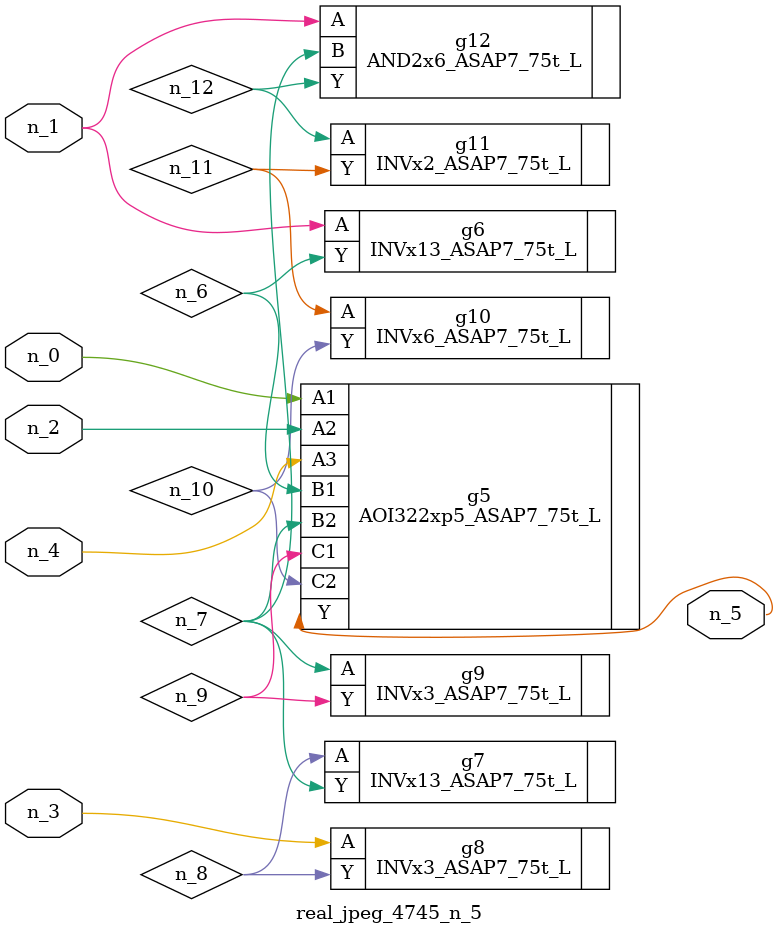
<source format=v>
module real_jpeg_4745_n_5 (n_4, n_0, n_1, n_2, n_3, n_5);

input n_4;
input n_0;
input n_1;
input n_2;
input n_3;

output n_5;

wire n_12;
wire n_8;
wire n_11;
wire n_6;
wire n_7;
wire n_10;
wire n_9;

AOI322xp5_ASAP7_75t_L g5 ( 
.A1(n_0),
.A2(n_2),
.A3(n_4),
.B1(n_6),
.B2(n_7),
.C1(n_9),
.C2(n_10),
.Y(n_5)
);

INVx13_ASAP7_75t_L g6 ( 
.A(n_1),
.Y(n_6)
);

AND2x6_ASAP7_75t_L g12 ( 
.A(n_1),
.B(n_7),
.Y(n_12)
);

INVx3_ASAP7_75t_L g8 ( 
.A(n_3),
.Y(n_8)
);

INVx3_ASAP7_75t_L g9 ( 
.A(n_7),
.Y(n_9)
);

INVx13_ASAP7_75t_L g7 ( 
.A(n_8),
.Y(n_7)
);

INVx6_ASAP7_75t_L g10 ( 
.A(n_11),
.Y(n_10)
);

INVx2_ASAP7_75t_L g11 ( 
.A(n_12),
.Y(n_11)
);


endmodule
</source>
